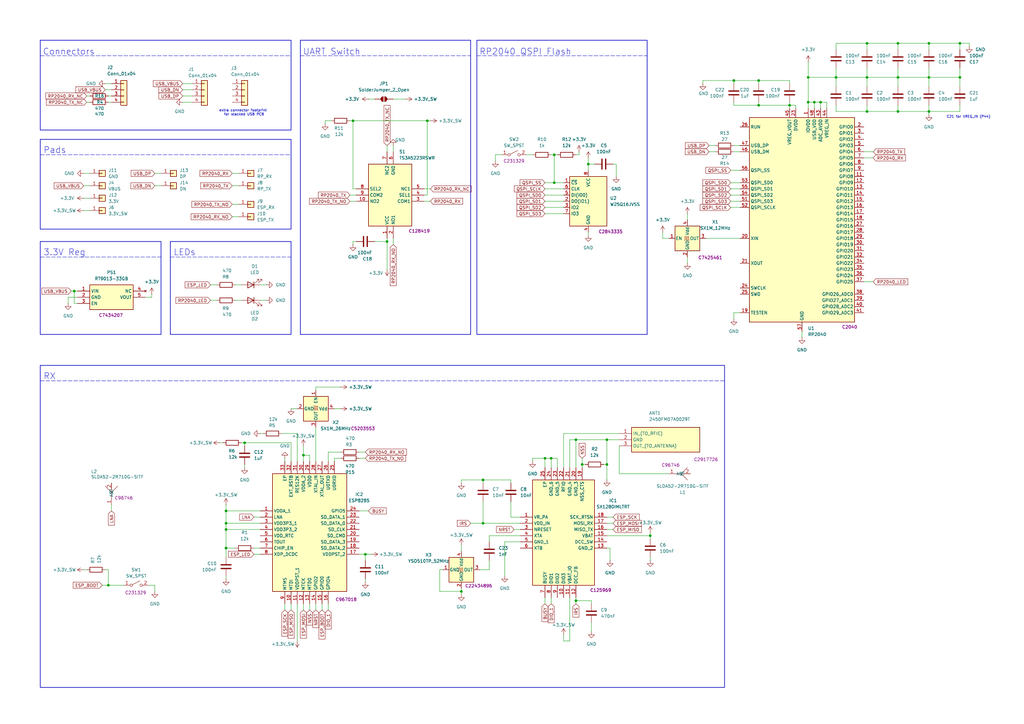
<source format=kicad_sch>
(kicad_sch (version 20231120) (generator "eeschema") (generator_version "8.0")
  (paper "A3")
  (junction (at 311.15 33.02))
  (junction (at 100.33 181.61))
  (junction (at 393.7 31.75))
  (junction (at 311.15 43.18))
  (junction (at 30.48 119.38))
  (junction (at 175.26 49.53))
  (junction (at 227.33 74.93))
  (junction (at 266.7 219.71))
  (junction (at 342.9 31.75))
  (junction (at 381 17.78))
  (junction (at 198.12 196.85))
  (junction (at 355.6 31.75))
  (junction (at 124.46 186.69))
  (junction (at 381 45.72))
  (junction (at 238.76 190.5))
  (junction (at 248.92 180.34))
  (junction (at 241.3 67.31))
  (junction (at 248.92 190.5))
  (junction (at 44.45 240.03))
  (junction (at 236.22 246.38))
  (junction (at 236.22 180.34))
  (junction (at 393.7 17.78))
  (junction (at 92.71 217.17))
  (junction (at 149.86 227.33))
  (junction (at 226.06 187.96))
  (junction (at 331.47 41.91))
  (junction (at 158.75 99.06))
  (junction (at 189.23 242.57))
  (junction (at 323.85 43.18))
  (junction (at 198.12 214.63))
  (junction (at 368.3 17.78))
  (junction (at 368.3 31.75))
  (junction (at 92.71 214.63))
  (junction (at 355.6 17.78))
  (junction (at 336.55 41.91))
  (junction (at 331.47 31.75))
  (junction (at 381 31.75))
  (junction (at 223.52 187.96))
  (junction (at 355.6 45.72))
  (junction (at 92.71 224.79))
  (junction (at 92.71 209.55))
  (junction (at 144.78 49.53))
  (junction (at 227.33 63.5))
  (junction (at 368.3 45.72))
  (junction (at 334.01 41.91))
  (junction (at 300.99 33.02))
  (wire (pts (xy 161.29 40.64) (xy 166.37 40.64)))
  (wire (pts (xy 227.33 63.5) (xy 226.06 63.5)))
  (wire (pts (xy 254 194.31) (xy 274.32 194.31)))
  (wire (pts (xy 193.04 214.63) (xy 198.12 214.63)))
  (wire (pts (xy 124.46 247.65) (xy 124.46 250.19)))
  (wire (pts (xy 354.33 64.77) (xy 358.14 64.77)))
  (wire (pts (xy 223.52 187.96) (xy 218.44 187.96)))
  (wire (pts (xy 44.45 240.03) (xy 50.8 240.03)))
  (wire (pts (xy 95.25 88.9) (xy 97.79 88.9)))
  (wire (pts (xy 203.2 66.04) (xy 203.2 63.5)))
  (wire (pts (xy 368.3 45.72) (xy 355.6 45.72)))
  (wire (pts (xy 86.36 123.19) (xy 88.9 123.19)))
  (wire (pts (xy 196.85 233.68) (xy 200.66 233.68)))
  (wire (pts (xy 393.7 17.78) (xy 381 17.78)))
  (wire (pts (xy 323.85 43.18) (xy 323.85 44.45)))
  (wire (pts (xy 134.62 247.65) (xy 134.62 250.19)))
  (wire (pts (xy 213.36 219.71) (xy 200.66 219.71)))
  (wire (pts (xy 181.61 233.68) (xy 180.34 233.68)))
  (wire (pts (xy 215.9 63.5) (xy 218.44 63.5)))
  (wire (pts (xy 231.14 262.89) (xy 233.68 262.89)))
  (wire (pts (xy 300.99 41.91) (xy 300.99 43.18)))
  (wire (pts (xy 248.92 190.5) (xy 248.92 196.85)))
  (wire (pts (xy 368.3 31.75) (xy 368.3 35.56)))
  (wire (pts (xy 104.14 227.33) (xy 106.68 227.33)))
  (wire (pts (xy 180.34 233.68) (xy 180.34 242.57)))
  (wire (pts (xy 132.08 247.65) (xy 132.08 250.19)))
  (wire (pts (xy 397.51 17.78) (xy 397.51 19.05)))
  (wire (pts (xy 95.25 76.2) (xy 97.79 76.2)))
  (wire (pts (xy 331.47 31.75) (xy 331.47 41.91)))
  (wire (pts (xy 393.7 27.94) (xy 393.7 31.75)))
  (wire (pts (xy 161.29 97.79) (xy 161.29 100.33)))
  (wire (pts (xy 300.99 128.27) (xy 303.53 128.27)))
  (wire (pts (xy 121.92 247.65) (xy 121.92 262.89)))
  (wire (pts (xy 92.71 214.63) (xy 106.68 214.63)))
  (wire (pts (xy 236.22 246.38) (xy 236.22 247.65)))
  (wire (pts (xy 198.12 196.85) (xy 189.23 196.85)))
  (wire (pts (xy 203.2 63.5) (xy 205.74 63.5)))
  (polyline (pts (xy 16.51 63.5) (xy 119.38 63.5)) (stroke (width 0) (type dash)))
  (wire (pts (xy 238.76 187.96) (xy 238.76 190.5)))
  (wire (pts (xy 299.72 85.09) (xy 303.53 85.09)))
  (wire (pts (xy 248.92 219.71) (xy 266.7 219.71)))
  (wire (pts (xy 326.39 43.18) (xy 323.85 43.18)))
  (wire (pts (xy 139.7 167.64) (xy 137.16 167.64)))
  (wire (pts (xy 218.44 187.96) (xy 218.44 189.23)))
  (wire (pts (xy 207.01 222.25) (xy 207.01 236.22)))
  (wire (pts (xy 290.83 59.69) (xy 293.37 59.69)))
  (wire (pts (xy 281.94 87.63) (xy 281.94 90.17)))
  (wire (pts (xy 238.76 190.5) (xy 240.03 190.5)))
  (wire (pts (xy 266.7 219.71) (xy 266.7 218.44)))
  (wire (pts (xy 393.7 43.18) (xy 393.7 45.72)))
  (wire (pts (xy 241.3 95.25) (xy 241.3 96.52)))
  (wire (pts (xy 210.82 217.17) (xy 213.36 217.17)))
  (wire (pts (xy 129.54 158.75) (xy 129.54 160.02)))
  (wire (pts (xy 44.45 39.37) (xy 45.72 39.37)))
  (wire (pts (xy 300.99 59.69) (xy 303.53 59.69)))
  (wire (pts (xy 92.71 214.63) (xy 92.71 217.17)))
  (wire (pts (xy 124.46 182.88) (xy 124.46 186.69)))
  (wire (pts (xy 271.78 97.79) (xy 274.32 97.79)))
  (wire (pts (xy 63.5 242.57) (xy 63.5 240.03)))
  (wire (pts (xy 189.23 223.52) (xy 189.23 226.06)))
  (wire (pts (xy 209.55 212.09) (xy 209.55 205.74)))
  (wire (pts (xy 36.83 39.37) (xy 35.56 39.37)))
  (wire (pts (xy 106.68 123.19) (xy 109.22 123.19)))
  (wire (pts (xy 288.29 34.29) (xy 288.29 33.02)))
  (wire (pts (xy 223.52 77.47) (xy 231.14 77.47)))
  (wire (pts (xy 43.18 36.83) (xy 45.72 36.83)))
  (wire (pts (xy 290.83 62.23) (xy 293.37 62.23)))
  (wire (pts (xy 189.23 196.85) (xy 189.23 198.12)))
  (wire (pts (xy 236.22 180.34) (xy 236.22 191.77)))
  (wire (pts (xy 227.33 74.93) (xy 231.14 74.93)))
  (wire (pts (xy 311.15 33.02) (xy 323.85 33.02)))
  (wire (pts (xy 35.56 41.91) (xy 36.83 41.91)))
  (wire (pts (xy 228.6 187.96) (xy 226.06 187.96)))
  (wire (pts (xy 226.06 187.96) (xy 226.06 191.77)))
  (wire (pts (xy 368.3 43.18) (xy 368.3 45.72)))
  (polyline (pts (xy 16.51 22.86) (xy 119.38 22.86)) (stroke (width 0) (type dash)))
  (wire (pts (xy 62.23 121.92) (xy 59.69 121.92)))
  (wire (pts (xy 213.36 214.63) (xy 198.12 214.63)))
  (wire (pts (xy 90.17 181.61) (xy 91.44 181.61)))
  (wire (pts (xy 223.52 82.55) (xy 231.14 82.55)))
  (wire (pts (xy 368.3 17.78) (xy 381 17.78)))
  (wire (pts (xy 266.7 219.71) (xy 266.7 220.98)))
  (wire (pts (xy 289.56 97.79) (xy 303.53 97.79)))
  (wire (pts (xy 355.6 45.72) (xy 342.9 45.72)))
  (wire (pts (xy 95.25 83.82) (xy 97.79 83.82)))
  (wire (pts (xy 74.93 41.91) (xy 78.74 41.91)))
  (wire (pts (xy 60.96 240.03) (xy 63.5 240.03)))
  (wire (pts (xy 288.29 33.02) (xy 300.99 33.02)))
  (wire (pts (xy 242.57 255.27) (xy 242.57 259.08)))
  (wire (pts (xy 231.14 191.77) (xy 231.14 177.8)))
  (wire (pts (xy 342.9 43.18) (xy 342.9 45.72)))
  (wire (pts (xy 62.23 120.65) (xy 62.23 121.92)))
  (wire (pts (xy 45.72 207.01) (xy 45.72 209.55)))
  (wire (pts (xy 99.06 181.61) (xy 100.33 181.61)))
  (wire (pts (xy 43.18 34.29) (xy 45.72 34.29)))
  (wire (pts (xy 299.72 82.55) (xy 303.53 82.55)))
  (wire (pts (xy 355.6 31.75) (xy 368.3 31.75)))
  (wire (pts (xy 266.7 228.6) (xy 266.7 229.87)))
  (wire (pts (xy 223.52 245.11) (xy 223.52 247.65)))
  (wire (pts (xy 96.52 116.84) (xy 99.06 116.84)))
  (wire (pts (xy 92.71 217.17) (xy 106.68 217.17)))
  (wire (pts (xy 129.54 175.26) (xy 129.54 189.23)))
  (wire (pts (xy 242.57 247.65) (xy 242.57 246.38)))
  (wire (pts (xy 34.29 76.2) (xy 36.83 76.2)))
  (wire (pts (xy 248.92 214.63) (xy 251.46 214.63)))
  (wire (pts (xy 299.72 74.93) (xy 303.53 74.93)))
  (wire (pts (xy 300.99 33.02) (xy 300.99 34.29)))
  (wire (pts (xy 44.45 41.91) (xy 45.72 41.91)))
  (wire (pts (xy 323.85 41.91) (xy 323.85 43.18)))
  (wire (pts (xy 248.92 180.34) (xy 254 180.34)))
  (wire (pts (xy 381 31.75) (xy 393.7 31.75)))
  (wire (pts (xy 331.47 31.75) (xy 342.9 31.75)))
  (wire (pts (xy 27.94 124.46) (xy 27.94 121.92)))
  (wire (pts (xy 381 45.72) (xy 393.7 45.72)))
  (wire (pts (xy 236.22 180.34) (xy 248.92 180.34)))
  (wire (pts (xy 30.48 124.46) (xy 30.48 119.38)))
  (wire (pts (xy 248.92 180.34) (xy 248.92 190.5)))
  (wire (pts (xy 299.72 69.85) (xy 303.53 69.85)))
  (wire (pts (xy 393.7 17.78) (xy 393.7 20.32)))
  (wire (pts (xy 151.13 40.64) (xy 153.67 40.64)))
  (wire (pts (xy 228.6 191.77) (xy 228.6 187.96)))
  (wire (pts (xy 233.68 262.89) (xy 233.68 245.11)))
  (wire (pts (xy 339.09 41.91) (xy 336.55 41.91)))
  (wire (pts (xy 331.47 44.45) (xy 331.47 41.91)))
  (wire (pts (xy 173.99 82.55) (xy 176.53 82.55)))
  (wire (pts (xy 300.99 62.23) (xy 303.53 62.23)))
  (wire (pts (xy 189.23 241.3) (xy 189.23 242.57)))
  (wire (pts (xy 213.36 222.25) (xy 207.01 222.25)))
  (wire (pts (xy 149.86 227.33) (xy 149.86 229.87)))
  (polyline (pts (xy 123.19 22.86) (xy 193.04 22.86)) (stroke (width 0) (type dash)))
  (wire (pts (xy 100.33 181.61) (xy 119.38 181.61)))
  (wire (pts (xy 158.75 97.79) (xy 158.75 99.06)))
  (wire (pts (xy 106.68 116.84) (xy 109.22 116.84)))
  (wire (pts (xy 223.52 87.63) (xy 231.14 87.63)))
  (wire (pts (xy 200.66 229.87) (xy 200.66 233.68)))
  (wire (pts (xy 241.3 64.77) (xy 241.3 67.31)))
  (wire (pts (xy 381 43.18) (xy 381 45.72)))
  (wire (pts (xy 355.6 31.75) (xy 355.6 35.56)))
  (wire (pts (xy 175.26 49.53) (xy 175.26 80.01)))
  (wire (pts (xy 355.6 43.18) (xy 355.6 45.72)))
  (wire (pts (xy 248.92 217.17) (xy 251.46 217.17)))
  (wire (pts (xy 252.73 72.39) (xy 252.73 67.31)))
  (wire (pts (xy 100.33 181.61) (xy 100.33 182.88)))
  (wire (pts (xy 237.49 62.23) (xy 237.49 63.5)))
  (wire (pts (xy 254 182.88) (xy 254 194.31)))
  (wire (pts (xy 336.55 44.45) (xy 336.55 41.91)))
  (wire (pts (xy 300.99 130.81) (xy 300.99 128.27)))
  (wire (pts (xy 368.3 17.78) (xy 368.3 20.32)))
  (wire (pts (xy 381 45.72) (xy 368.3 45.72)))
  (wire (pts (xy 226.06 187.96) (xy 223.52 187.96)))
  (wire (pts (xy 200.66 219.71) (xy 200.66 222.25)))
  (wire (pts (xy 300.99 43.18) (xy 311.15 43.18)))
  (wire (pts (xy 173.99 80.01) (xy 175.26 80.01)))
  (wire (pts (xy 342.9 27.94) (xy 342.9 31.75)))
  (wire (pts (xy 248.92 212.09) (xy 251.46 212.09)))
  (wire (pts (xy 331.47 41.91) (xy 334.01 41.91)))
  (wire (pts (xy 149.86 237.49) (xy 149.86 238.76)))
  (wire (pts (xy 100.33 190.5) (xy 100.33 191.77)))
  (wire (pts (xy 354.33 115.57) (xy 358.14 115.57)))
  (wire (pts (xy 127 247.65) (xy 127 250.19)))
  (wire (pts (xy 41.91 240.03) (xy 44.45 240.03)))
  (wire (pts (xy 34.29 71.12) (xy 36.83 71.12)))
  (wire (pts (xy 146.05 99.06) (xy 144.78 99.06)))
  (wire (pts (xy 106.68 177.8) (xy 107.95 177.8)))
  (wire (pts (xy 342.9 20.32) (xy 342.9 17.78)))
  (wire (pts (xy 44.45 233.68) (xy 43.18 233.68)))
  (wire (pts (xy 233.68 180.34) (xy 236.22 180.34)))
  (wire (pts (xy 27.94 121.92) (xy 31.75 121.92)))
  (wire (pts (xy 237.49 63.5) (xy 236.22 63.5)))
  (wire (pts (xy 95.25 71.12) (xy 97.79 71.12)))
  (wire (pts (xy 323.85 34.29) (xy 323.85 33.02)))
  (wire (pts (xy 173.99 77.47) (xy 176.53 77.47)))
  (wire (pts (xy 281.94 105.41) (xy 281.94 107.95)))
  (wire (pts (xy 106.68 209.55) (xy 92.71 209.55)))
  (wire (pts (xy 209.55 196.85) (xy 198.12 196.85)))
  (wire (pts (xy 342.9 17.78) (xy 355.6 17.78)))
  (wire (pts (xy 250.19 224.79) (xy 248.92 224.79)))
  (wire (pts (xy 231.14 260.35) (xy 231.14 262.89)))
  (wire (pts (xy 368.3 27.94) (xy 368.3 31.75)))
  (wire (pts (xy 355.6 17.78) (xy 355.6 20.32)))
  (wire (pts (xy 121.92 177.8) (xy 121.92 189.23)))
  (wire (pts (xy 104.14 224.79) (xy 106.68 224.79)))
  (polyline (pts (xy 16.51 156.21) (xy 297.18 156.21)) (stroke (width 0) (type dash)))
  (wire (pts (xy 124.46 186.69) (xy 124.46 189.23)))
  (wire (pts (xy 271.78 95.25) (xy 271.78 97.79)))
  (wire (pts (xy 247.65 190.5) (xy 248.92 190.5)))
  (wire (pts (xy 92.71 224.79) (xy 96.52 224.79)))
  (wire (pts (xy 104.14 212.09) (xy 106.68 212.09)))
  (wire (pts (xy 92.71 209.55) (xy 92.71 214.63)))
  (wire (pts (xy 133.35 49.53) (xy 133.35 50.8)))
  (wire (pts (xy 144.78 77.47) (xy 146.05 77.47)))
  (wire (pts (xy 223.52 85.09) (xy 231.14 85.09)))
  (wire (pts (xy 144.78 49.53) (xy 175.26 49.53)))
  (wire (pts (xy 63.5 71.12) (xy 66.04 71.12)))
  (wire (pts (xy 331.47 25.4) (xy 331.47 31.75)))
  (wire (pts (xy 115.57 177.8) (xy 121.92 177.8)))
  (wire (pts (xy 134.62 185.42) (xy 139.7 185.42)))
  (wire (pts (xy 116.84 187.96) (xy 116.84 189.23)))
  (wire (pts (xy 116.84 247.65) (xy 116.84 250.19)))
  (wire (pts (xy 147.32 185.42) (xy 149.86 185.42)))
  (wire (pts (xy 238.76 190.5) (xy 238.76 191.77)))
  (wire (pts (xy 143.51 80.01) (xy 146.05 80.01)))
  (wire (pts (xy 31.75 124.46) (xy 30.48 124.46)))
  (wire (pts (xy 137.16 187.96) (xy 139.7 187.96)))
  (wire (pts (xy 328.93 135.89) (xy 328.93 138.43)))
  (wire (pts (xy 34.29 81.28) (xy 36.83 81.28)))
  (wire (pts (xy 355.6 27.94) (xy 355.6 31.75)))
  (wire (pts (xy 161.29 59.69) (xy 161.29 62.23)))
  (wire (pts (xy 250.19 229.87) (xy 250.19 224.79)))
  (wire (pts (xy 226.06 245.11) (xy 226.06 247.65)))
  (wire (pts (xy 119.38 181.61) (xy 119.38 189.23)))
  (wire (pts (xy 119.38 247.65) (xy 119.38 250.19)))
  (wire (pts (xy 236.22 246.38) (xy 242.57 246.38)))
  (wire (pts (xy 127 186.69) (xy 124.46 186.69)))
  (wire (pts (xy 223.52 187.96) (xy 223.52 191.77)))
  (wire (pts (xy 311.15 41.91) (xy 311.15 43.18)))
  (wire (pts (xy 135.89 49.53) (xy 133.35 49.53)))
  (wire (pts (xy 236.22 245.11) (xy 236.22 246.38)))
  (wire (pts (xy 96.52 123.19) (xy 99.06 123.19)))
  (wire (pts (xy 241.3 67.31) (xy 243.84 67.31)))
  (wire (pts (xy 393.7 31.75) (xy 393.7 35.56)))
  (wire (pts (xy 311.15 43.18) (xy 323.85 43.18)))
  (wire (pts (xy 129.54 247.65) (xy 129.54 250.19)))
  (wire (pts (xy 223.52 80.01) (xy 231.14 80.01)))
  (wire (pts (xy 153.67 99.06) (xy 158.75 99.06)))
  (wire (pts (xy 34.29 233.68) (xy 35.56 233.68)))
  (wire (pts (xy 127 189.23) (xy 127 186.69)))
  (wire (pts (xy 342.9 31.75) (xy 355.6 31.75)))
  (wire (pts (xy 86.36 116.84) (xy 88.9 116.84)))
  (polyline (pts (xy 16.51 105.41) (xy 66.04 105.41)) (stroke (width 0) (type dash)))
  (wire (pts (xy 74.93 36.83) (xy 78.74 36.83)))
  (wire (pts (xy 213.36 212.09) (xy 209.55 212.09)))
  (wire (pts (xy 381 45.72) (xy 381 46.99)))
  (wire (pts (xy 209.55 198.12) (xy 209.55 196.85)))
  (wire (pts (xy 198.12 214.63) (xy 198.12 205.74)))
  (wire (pts (xy 144.78 49.53) (xy 144.78 77.47)))
  (wire (pts (xy 231.14 177.8) (xy 254 177.8)))
  (wire (pts (xy 342.9 31.75) (xy 342.9 35.56)))
  (wire (pts (xy 158.75 59.69) (xy 158.75 62.23)))
  (wire (pts (xy 74.93 34.29) (xy 78.74 34.29)))
  (wire (pts (xy 139.7 158.75) (xy 129.54 158.75)))
  (wire (pts (xy 137.16 189.23) (xy 137.16 187.96)))
  (wire (pts (xy 368.3 31.75) (xy 381 31.75)))
  (wire (pts (xy 189.23 242.57) (xy 189.23 243.84)))
  (wire (pts (xy 34.29 86.36) (xy 36.83 86.36)))
  (wire (pts (xy 381 31.75) (xy 381 35.56)))
  (wire (pts (xy 223.52 74.93) (xy 227.33 74.93)))
  (wire (pts (xy 147.32 209.55) (xy 151.13 209.55)))
  (wire (pts (xy 144.78 99.06) (xy 144.78 100.33)))
  (wire (pts (xy 147.32 187.96) (xy 149.86 187.96)))
  (wire (pts (xy 176.53 49.53) (xy 175.26 49.53)))
  (wire (pts (xy 300.99 33.02) (xy 311.15 33.02)))
  (wire (pts (xy 158.75 99.06) (xy 158.75 110.49)))
  (polyline (pts (xy 195.58 22.86) (xy 265.43 22.86)) (stroke (width 0) (type dash)))
  (wire (pts (xy 339.09 44.45) (xy 339.09 41.91)))
  (wire (pts (xy 227.33 63.5) (xy 228.6 63.5)))
  (wire (pts (xy 44.45 233.68) (xy 44.45 240.03)))
  (wire (pts (xy 180.34 242.57) (xy 189.23 242.57)))
  (wire (pts (xy 143.51 49.53) (xy 144.78 49.53)))
  (wire (pts (xy 381 27.94) (xy 381 31.75)))
  (wire (pts (xy 241.3 67.31) (xy 241.3 69.85)))
  (wire (pts (xy 92.71 207.01) (xy 92.71 209.55)))
  (wire (pts (xy 397.51 17.78) (xy 393.7 17.78)))
  (wire (pts (xy 92.71 224.79) (xy 92.71 228.6)))
  (wire (pts (xy 354.33 62.23) (xy 358.14 62.23)))
  (wire (pts (xy 30.48 119.38) (xy 31.75 119.38)))
  (wire (pts (xy 92.71 217.17) (xy 92.71 224.79)))
  (wire (pts (xy 92.71 237.49) (xy 92.71 236.22)))
  (wire (pts (xy 143.51 82.55) (xy 146.05 82.55)))
  (wire (pts (xy 334.01 41.91) (xy 334.01 44.45)))
  (wire (pts (xy 121.92 167.64) (xy 119.38 167.64)))
  (wire (pts (xy 147.32 227.33) (xy 149.86 227.33)))
  (wire (pts (xy 299.72 77.47) (xy 303.53 77.47)))
  (wire (pts (xy 326.39 44.45) (xy 326.39 43.18)))
  (wire (pts (xy 227.33 63.5) (xy 227.33 74.93)))
  (wire (pts (xy 29.21 119.38) (xy 30.48 119.38)))
  (wire (pts (xy 381 17.78) (xy 381 20.32)))
  (wire (pts (xy 336.55 41.91) (xy 334.01 41.91)))
  (wire (pts (xy 149.86 227.33) (xy 152.4 227.33)))
  (wire (pts (xy 74.93 39.37) (xy 78.74 39.37)))
  (wire (pts (xy 134.62 189.23) (xy 134.62 185.42)))
  (wire (pts (xy 311.15 33.02) (xy 311.15 34.29)))
  (polyline (pts (xy 69.85 105.41) (xy 119.38 105.41)) (stroke (width 0) (type dash)))
  (wire (pts (xy 63.5 76.2) (xy 66.04 76.2)))
  (wire (pts (xy 233.68 191.77) (xy 233.68 180.34)))
  (wire (pts (xy 355.6 17.78) (xy 368.3 17.78)))
  (wire (pts (xy 198.12 198.12) (xy 198.12 196.85)))
  (wire (pts (xy 299.72 80.01) (xy 303.53 80.01)))
  (wire (pts (xy 252.73 67.31) (xy 251.46 67.31)))
  (rectangle (start 16.51 16.51) (end 119.38 53.34) (stroke (width 0.254)))
  (rectangle (start 16.51 149.86) (end 297.18 281.94) (stroke (width 0.254)))
  (rectangle (start 16.51 57.15) (end 119.38 93.98) (stroke (width 0.254)))
  (rectangle (start 195.58 16.51) (end 265.43 137.16) (stroke (width 0.254)))
  (rectangle (start 16.51 99.06) (end 66.04 137.16) (stroke (width 0.254)))
  (rectangle (start 123.19 16.51) (end 193.04 137.16) (stroke (width 0.254)))
  (rectangle (start 69.85 99.06) (end 119.38 137.16) (stroke (width 0.254)))
  (text "Connectors" (at 17.526 21.336 0) (effects (font (size 2.54 2.54)) (justify left)))
  (text "C21 for VREG_IN (P44)" (at 397.256 48.006 0) (effects (font (size 1.016 1.016))))
  (text "RX" (at 17.78 154.432 0) (effects (font (size 2.54 2.54)) (justify left)))
  (text "3.3V Reg" (at 17.78 103.632 0) (effects (font (size 2.54 2.54)) (justify left)))
  (text "extra connector footprint \nfor stacked USB PCB" (at 100.076 46.228 0) (effects (font (size 1.016 1.016))))
  (text "UART Switch" (at 124.206 21.336 0) (effects (font (size 2.54 2.54)) (justify left)))
  (text "RP2040 QSPI Flash" (at 196.596 21.336 0) (effects (font (size 2.54 2.54)) (justify left)))
  (text "Pads" (at 17.78 61.722 0) (effects (font (size 2.54 2.54)) (justify left)))
  (text "LEDs" (at 71.12 103.632 0) (effects (font (size 2.54 2.54)) (justify left)))
  (global_label "USB_VBUS" (shape input) (at 34.29 76.2 180) (property "Intersheetrefs" "${INTERSHEET_REFS}" (effects (hide yes))))
  (global_label "RP2040_RX" (shape input) (at 176.53 82.55 0) (property "Intersheetrefs" "${INTERSHEET_REFS}" (effects (hide yes))))
  (global_label "NSS" (shape input) (at 238.76 187.96 90) (property "Intersheetrefs" "${INTERSHEET_REFS}" (effects (hide yes))))
  (global_label "ESP_MISO" (shape input) (at 251.46 217.17 0) (property "Intersheetrefs" "${INTERSHEET_REFS}" (effects (hide yes))))
  (global_label "RP2040_RX_NC" (shape input) (at 176.53 77.47 0) (property "Intersheetrefs" "${INTERSHEET_REFS}" (effects (hide yes))))
  (global_label "QSPI_SD3" (shape input) (at 223.52 87.63 180) (property "Intersheetrefs" "${INTERSHEET_REFS}" (effects (hide yes))))
  (global_label "DIO_1" (shape input) (at 226.06 247.65 270) (property "Intersheetrefs" "${INTERSHEET_REFS}" (effects (hide yes))))
  (global_label "RP2040_TX_NO" (shape input) (at 149.86 187.96 0) (property "Intersheetrefs" "${INTERSHEET_REFS}" (effects (hide yes))))
  (global_label "LNA" (shape input) (at 45.72 209.55 270) (property "Intersheetrefs" "${INTERSHEET_REFS}" (effects (hide yes))))
  (global_label "QSPI_SS" (shape input) (at 299.72 69.85 180) (property "Intersheetrefs" "${INTERSHEET_REFS}" (effects (hide yes))))
  (global_label "IRS" (shape input) (at 236.22 247.65 270) (property "Intersheetrefs" "${INTERSHEET_REFS}" (effects (hide yes))))
  (global_label "RP2040_TX_NC" (shape input) (at 35.56 41.91 180) (property "Intersheetrefs" "${INTERSHEET_REFS}" (effects (hide yes))))
  (global_label "QSPI_SD2" (shape input) (at 223.52 85.09 180) (property "Intersheetrefs" "${INTERSHEET_REFS}" (effects (hide yes))))
  (global_label "DIO_1" (shape input) (at 134.62 250.19 270) (property "Intersheetrefs" "${INTERSHEET_REFS}" (effects (hide yes))))
  (global_label "RP2040_LED" (shape input) (at 86.36 123.19 180) (property "Intersheetrefs" "${INTERSHEET_REFS}" (effects (hide yes))))
  (global_label "RP2040_TX" (shape input) (at 143.51 80.01 180) (property "Intersheetrefs" "${INTERSHEET_REFS}" (effects (hide yes))))
  (global_label "RP2040_TX_NC" (shape input) (at 158.75 59.69 90) (property "Intersheetrefs" "${INTERSHEET_REFS}" (effects (hide yes))))
  (global_label "RP2040_TX" (shape input) (at 358.14 62.23 0) (property "Intersheetrefs" "${INTERSHEET_REFS}" (effects (hide yes))))
  (global_label "USB_DN" (shape input) (at 74.93 36.83 180) (property "Intersheetrefs" "${INTERSHEET_REFS}" (effects (hide yes))))
  (global_label "RP2040_RX" (shape input) (at 358.14 64.77 0) (property "Intersheetrefs" "${INTERSHEET_REFS}" (effects (hide yes))))
  (global_label "LNA" (shape input) (at 104.14 212.09 180) (property "Intersheetrefs" "${INTERSHEET_REFS}" (effects (hide yes))))
  (global_label "ESP_LED" (shape input) (at 104.14 227.33 180) (property "Intersheetrefs" "${INTERSHEET_REFS}" (effects (hide yes))))
  (global_label "USB_DN" (shape input) (at 63.5 76.2 180) (property "Intersheetrefs" "${INTERSHEET_REFS}" (effects (hide yes))))
  (global_label "NSS" (shape input) (at 127 250.19 270) (property "Intersheetrefs" "${INTERSHEET_REFS}" (effects (hide yes))))
  (global_label "RP2040_RX" (shape input) (at 95.25 71.12 180) (property "Intersheetrefs" "${INTERSHEET_REFS}" (effects (hide yes))))
  (global_label "NRST" (shape input) (at 210.82 217.17 180) (property "Intersheetrefs" "${INTERSHEET_REFS}" (effects (hide yes))))
  (global_label "USB_DP" (shape input) (at 74.93 39.37 180) (property "Intersheetrefs" "${INTERSHEET_REFS}" (effects (hide yes))))
  (global_label "RP2040_LED" (shape input) (at 358.14 115.57 0) (property "Intersheetrefs" "${INTERSHEET_REFS}" (effects (hide yes))))
  (global_label "NRST" (shape input) (at 129.54 250.19 270) (property "Intersheetrefs" "${INTERSHEET_REFS}" (effects (hide yes))))
  (global_label "RP2040_RX_NO" (shape input) (at 149.86 185.42 0) (property "Intersheetrefs" "${INTERSHEET_REFS}" (effects (hide yes))))
  (global_label "USB_DP" (shape input) (at 290.83 59.69 180) (property "Intersheetrefs" "${INTERSHEET_REFS}" (effects (hide yes))))
  (global_label "ESP_SCK" (shape input) (at 251.46 212.09 0) (property "Intersheetrefs" "${INTERSHEET_REFS}" (effects (hide yes))))
  (global_label "QSPI_SD0" (shape input) (at 299.72 74.93 180) (property "Intersheetrefs" "${INTERSHEET_REFS}" (effects (hide yes))))
  (global_label "RP2040_TX" (shape input) (at 95.25 76.2 180) (property "Intersheetrefs" "${INTERSHEET_REFS}" (effects (hide yes))))
  (global_label "QSPI_SCLK" (shape input) (at 223.52 77.47 180) (property "Intersheetrefs" "${INTERSHEET_REFS}" (effects (hide yes))))
  (global_label "IRS" (shape input) (at 193.04 214.63 180) (property "Intersheetrefs" "${INTERSHEET_REFS}" (effects (hide yes))))
  (global_label "ESP_MOSI" (shape input) (at 251.46 214.63 0) (property "Intersheetrefs" "${INTERSHEET_REFS}" (effects (hide yes))))
  (global_label "QSPI_SD1" (shape input) (at 299.72 77.47 180) (property "Intersheetrefs" "${INTERSHEET_REFS}" (effects (hide yes))))
  (global_label "QSPI_SS" (shape input) (at 223.52 74.93 180) (property "Intersheetrefs" "${INTERSHEET_REFS}" (effects (hide yes))))
  (global_label "QSPI_SD2" (shape input) (at 299.72 80.01 180) (property "Intersheetrefs" "${INTERSHEET_REFS}" (effects (hide yes))))
  (global_label "USB_VBUS" (shape input) (at 43.18 36.83 180) (property "Intersheetrefs" "${INTERSHEET_REFS}" (effects (hide yes))))
  (global_label "ESP_MISO" (shape input) (at 119.38 250.19 270) (property "Intersheetrefs" "${INTERSHEET_REFS}" (effects (hide yes))))
  (global_label "QSPI_SCLK" (shape input) (at 299.72 85.09 180) (property "Intersheetrefs" "${INTERSHEET_REFS}" (effects (hide yes))))
  (global_label "RP2040_RX_NO" (shape input) (at 95.25 88.9 180) (property "Intersheetrefs" "${INTERSHEET_REFS}" (effects (hide yes))))
  (global_label "ESP_LED" (shape input) (at 86.36 116.84 180) (property "Intersheetrefs" "${INTERSHEET_REFS}" (effects (hide yes))))
  (global_label "RP2040_RX_NO" (shape input) (at 161.29 100.33 270) (property "Intersheetrefs" "${INTERSHEET_REFS}" (effects (hide yes))))
  (global_label "QSPI_SD3" (shape input) (at 299.72 82.55 180) (property "Intersheetrefs" "${INTERSHEET_REFS}" (effects (hide yes))))
  (global_label "ESP_BOOT" (shape input) (at 132.08 250.19 270) (property "Intersheetrefs" "${INTERSHEET_REFS}" (effects (hide yes))))
  (global_label "BUSY" (shape input) (at 223.52 247.65 270) (property "Intersheetrefs" "${INTERSHEET_REFS}" (effects (hide yes))))
  (global_label "USB_VBUS" (shape input) (at 29.21 119.38 180) (property "Intersheetrefs" "${INTERSHEET_REFS}" (effects (hide yes))))
  (global_label "RP2040_TX_NO" (shape input) (at 143.51 82.55 180) (property "Intersheetrefs" "${INTERSHEET_REFS}" (effects (hide yes))))
  (global_label "ESP_SCK" (shape input) (at 116.84 250.19 270) (property "Intersheetrefs" "${INTERSHEET_REFS}" (effects (hide yes))))
  (global_label "ESP_MOSI" (shape input) (at 124.46 250.19 270) (property "Intersheetrefs" "${INTERSHEET_REFS}" (effects (hide yes))))
  (global_label "QSPI_SD0" (shape input) (at 223.52 80.01 180) (property "Intersheetrefs" "${INTERSHEET_REFS}" (effects (hide yes))))
  (global_label "QSPI_SD1" (shape input) (at 223.52 82.55 180) (property "Intersheetrefs" "${INTERSHEET_REFS}" (effects (hide yes))))
  (global_label "BUSY" (shape input) (at 151.13 209.55 0) (property "Intersheetrefs" "${INTERSHEET_REFS}" (effects (hide yes))))
  (global_label "RP2040_TX_NO" (shape input) (at 95.25 83.82 180) (property "Intersheetrefs" "${INTERSHEET_REFS}" (effects (hide yes))))
  (global_label "RP2040_RX_NC" (shape input) (at 35.56 39.37 180) (property "Intersheetrefs" "${INTERSHEET_REFS}" (effects (hide yes))))
  (global_label "USB_DP" (shape input) (at 63.5 71.12 180) (property "Intersheetrefs" "${INTERSHEET_REFS}" (effects (hide yes))))
  (global_label "USB_VBUS" (shape input) (at 74.93 34.29 180) (property "Intersheetrefs" "${INTERSHEET_REFS}" (effects (hide yes))))
  (global_label "USB_DN" (shape input) (at 290.83 62.23 180) (property "Intersheetrefs" "${INTERSHEET_REFS}" (effects (hide yes))))
  (global_label "ESP_BOOT" (shape input) (at 41.91 240.03 180) (property "Intersheetrefs" "${INTERSHEET_REFS}" (effects (hide yes))))
  (symbol (lib_id "power:GND") (at 149.86 238.76 0) (mirror y) (unit 1)
    (property "Reference" "#PWR027" (effects (hide yes)))
    (property "Value" "GND" (at 149.86 243.84 0))
    (property "Description" "Power symbol creates a global label with name \"GND\" , ground" (effects (hide yes)))
  )
  (symbol (lib_id "power:GND") (at 109.22 116.84 90) (unit 1)
    (property "Reference" "#PWR039" (effects (hide yes)))
    (property "Value" "GND" (at 113.03 116.8399 90) (effects (justify right)))
    (property "Description" "Power symbol creates a global label with name \"GND\" , ground" (effects (hide yes)))
  )
  (symbol (lib_id "Connector_Generic:Conn_01x04") (at 50.8 36.83 0) (unit 1)
    (property "Reference" "J2" (at 43.942 27.686 0) (effects (justify left)))
    (property "Value" "Conn_01x04" (at 43.942 30.226 0) (effects (justify left)))
    (property "Footprint" "Connector_PinHeader_2.54mm:PinHeader_1x04_P2.54mm_Vertical" (effects (hide yes)))
    (property "Description" "Generic connector, single row, 01x04, script generated (kicad-library-utils/schlib/autogen/connector/)" (effects (hide yes)))
  )
  (symbol (lib_id "SamacSys_Parts:TS3A5223RSWR") (at 146.05 77.47 0) (unit 1)
    (property "Reference" "S1" (at 163.7126 62.23 0) (effects (justify left)))
    (property "Value" "TS3A5223RSWR" (at 163.7126 64.77 0) (effects (justify left)))
    (property "Footprint" "Package_DFN_QFN:UQFN-10_1.3x1.8mm_P0.4mm" (effects (hide yes)))
    (property "Datasheet" "http://www.ti.com/lit/gpn/ts3a5223" (effects (hide yes)))
    (property "Description" "0.5 Dual SPDT Bidirectional Analog Switch" (effects (hide yes)))
    (property "Manufacturer_Name" "Texas Instruments" (effects (hide yes)))
    (property "Manufacturer_Part_Number" "TS3A5223RSWR" (effects (hide yes)))
    (property "Mouser Part Number" "595-TS3A5223RSWR" (effects (hide yes)))
    (property "Mouser Price/Stock" "https://www.mouser.co.uk/ProductDetail/Texas-Instruments/TS3A5223RSWR?qs=nEyf2%252Bd9RBmZJQRiNjZi8g%3D%3D" (effects (hide yes)))
    (property "Arrow Part Number" "TS3A5223RSWR" (effects (hide yes)))
    (property "Arrow Price/Stock" "https://www.arrow.com/en/products/ts3a5223rswr/texas-instruments?region=nac" (effects (hide yes)))
    (property "LCSC" "C128419" (at 171.958 94.742 0))
  )
  (symbol (lib_id "Device:C") (at 149.86 233.68 0) (unit 1)
    (property "Reference" "C11" (at 153.67 232.4099 0) (effects (justify left)))
    (property "Value" "100nF" (at 153.67 234.9499 0) (effects (justify left)))
    (property "Footprint" "Capacitor_SMD:C_0402_1005Metric" (effects (hide yes)))
    (property "Description" "Unpolarized capacitor" (effects (hide yes)))
    (property "LCSC" "C110251" (effects (hide yes)))
  )
  (symbol (lib_id "power:GND") (at 63.5 242.57 0) (unit 1)
    (property "Reference" "#PWR034" (effects (hide yes)))
    (property "Value" "GND" (at 63.5 247.65 0))
    (property "Description" "Power symbol creates a global label with name \"GND\" , ground" (effects (hide yes)))
  )
  (symbol (lib_id "Connector_Generic:Conn_01x01") (at 102.87 71.12 0) (unit 1)
    (property "Reference" "J7" (at 105.41 69.8499 0) (effects (justify left)))
    (property "Value" "RP_RX" (at 105.41 72.3899 0) (effects (justify left)))
    (property "Footprint" "Pads:PAD_1.5x1.5mm_NO_HOLE" (effects (hide yes)))
    (property "Description" "Generic connector, single row, 01x01, script generated (kicad-library-utils/schlib/autogen/connector/)" (effects (hide yes)))
  )
  (symbol (lib_name "ASV-xxxMHz_1") (lib_id "Oscillator:ASV-xxxMHz") (at 189.23 233.68 0) (unit 1)
    (property "Reference" "X3" (at 175.768 227.584 0))
    (property "Value" "YSO510TP_52MHz" (at 175.768 230.124 0))
    (property "Footprint" "CustomFootprints:Crystal_SMD_SeikoEpson_FA128-4Pin_2.0x1.6mm" (effects (hide yes)))
    (property "Datasheet" "http://www.abracon.com/Oscillators/ASV.pdf" (effects (hide yes)))
    (property "LCSC" "C22434896" (at 196.342 240.284 0))
  )
  (symbol (lib_id "Device:C") (at 300.99 38.1 0) (mirror y) (unit 1)
    (property "Reference" "C22" (at 297.18 36.8299 0) (effects (justify left)))
    (property "Value" "100nF" (at 297.18 39.3699 0) (effects (justify left)))
    (property "Footprint" "Capacitor_SMD:C_0402_1005Metric" (effects (hide yes)))
    (property "Description" "Unpolarized capacitor" (effects (hide yes)))
    (property "LCSC" "C110251" (effects (hide yes)))
  )
  (symbol (lib_id "Connector_Generic:Conn_01x01") (at 41.91 81.28 0) (unit 1)
    (property "Reference" "J12" (at 44.45 80.0099 0) (effects (justify left)))
    (property "Value" "3.3V" (at 44.45 82.5499 0) (effects (justify left)))
    (property "Footprint" "Pads:PAD_1.5x1.5mm_NO_HOLE" (effects (hide yes)))
    (property "Description" "Generic connector, single row, 01x01, script generated (kicad-library-utils/schlib/autogen/connector/)" (effects (hide yes)))
  )
  (symbol (lib_id "power:GND") (at 189.23 198.12 0) (unit 1)
    (property "Reference" "#PWR019" (effects (hide yes)))
    (property "Value" "GND" (at 189.23 203.2 0))
    (property "Description" "Power symbol creates a global label with name \"GND\" , ground" (effects (hide yes)))
  )
  (symbol (lib_id "easyeda2kicad:SLDA52-2R710G-SITF") (at 278.13 194.31 270) (mirror x) (unit 1)
    (property "Reference" "L1" (at 280.035 201.93 90))
    (property "Value" "SLDA52-2R710G-SITF" (at 280.035 199.39 90))
    (property "Footprint" "easyeda2kicad:ANT-SMD_L5.2-W2.1" (effects (hide yes)))
    (property "Datasheet" "https://lcsc.com/product-detail/Antennas_2710MHZ_C96746.html" (effects (hide yes)))
    (property "LCSC Part" "C96746" (effects (hide yes)))
    (property "LCSC" "C96746" (at 275.082 190.754 90))
  )
  (symbol (lib_id "Device:C") (at 92.71 232.41 0) (mirror y) (unit 1)
    (property "Reference" "C10" (at 88.9 231.1399 0) (effects (justify left)))
    (property "Value" "100nF" (at 88.9 233.6799 0) (effects (justify left)))
    (property "Footprint" "Capacitor_SMD:C_0402_1005Metric" (effects (hide yes)))
    (property "Description" "Unpolarized capacitor" (effects (hide yes)))
    (property "LCSC" "C110251" (effects (hide yes)))
  )
  (symbol (lib_id "MCU_RaspberryPi:RP2040") (at 328.93 90.17 0) (unit 1)
    (property "Reference" "U1" (at 331.3526 134.62 0) (effects (justify left)))
    (property "Value" "RP2040" (at 331.3526 137.16 0) (effects (justify left)))
    (property "Footprint" "Package_DFN_QFN:QFN-56-1EP_7x7mm_P0.4mm_EP3.2x3.2mm" (effects (hide yes)))
    (property "Datasheet" "https://datasheets.raspberrypi.com/rp2040/rp2040-datasheet.pdf" (effects (hide yes)))
    (property "Description" "A microcontroller by Raspberry Pi" (effects (hide yes)))
    (property "LCSC" "C2040" (at 348.488 134.112 0))
  )
  (symbol (lib_id "Device:C") (at 200.66 226.06 0) (unit 1)
    (property "Reference" "C23" (at 204.47 224.7899 0) (effects (justify left)))
    (property "Value" "1nF" (at 204.47 227.3299 0) (effects (justify left)))
    (property "Footprint" "Capacitor_SMD:C_0402_1005Metric" (effects (hide yes)))
    (property "Description" "Unpolarized capacitor" (effects (hide yes)))
    (property "LCSC" "C1523" (effects (hide yes)))
  )
  (symbol (lib_id "power:+3.3V") (at 237.49 62.23 0) (unit 1)
    (property "Reference" "#PWR050" (effects (hide yes)))
    (property "Value" "+3.3V" (at 237.49 57.15 0))
    (property "Description" "Power symbol creates a global label with name \"+3.3V\"" (effects (hide yes)))
  )
  (symbol (lib_id "power:GND") (at 100.33 191.77 0) (unit 1)
    (property "Reference" "#PWR029" (effects (hide yes)))
    (property "Value" "GND" (at 100.33 196.85 0))
    (property "Description" "Power symbol creates a global label with name \"GND\" , ground" (effects (hide yes)))
  )
  (symbol (lib_id "power:+3.3V") (at 152.4 227.33 270) (unit 1)
    (property "Reference" "#PWR026" (effects (hide yes)))
    (property "Value" "+3.3V_SW" (at 160.274 227.33 90))
    (property "Description" "Power symbol creates a global label with name \"+3.3V\"" (effects (hide yes)))
  )
  (symbol (lib_id "power:+3.3V") (at 151.13 40.64 90) (unit 1)
    (property "Reference" "#PWR054" (effects (hide yes)))
    (property "Value" "+3.3V" (at 147.32 40.6399 90) (effects (justify left)))
    (property "Description" "Power symbol creates a global label with name \"+3.3V\"" (effects (hide yes)))
  )
  (symbol (lib_id "power:+3.3V") (at 124.46 182.88 0) (unit 1)
    (property "Reference" "#PWR047" (effects (hide yes)))
    (property "Value" "+3.3V_SW" (at 124.46 178.816 0))
    (property "Description" "Power symbol creates a global label with name \"+3.3V\"" (effects (hide yes)))
  )
  (symbol (lib_id "Device:LED") (at 102.87 123.19 0) (mirror y) (unit 1)
    (property "Reference" "D2" (at 104.4575 130.81 0))
    (property "Value" "LED" (at 104.4575 128.27 0))
    (property "Footprint" "LED_SMD:LED_0603_1608Metric" (effects (hide yes)))
    (property "Description" "Light emitting diode" (effects (hide yes)))
    (property "LCSC" "C84267" (effects (hide yes)))
  )
  (symbol (lib_id "power:GND") (at 116.84 187.96 180) (unit 1)
    (property "Reference" "#PWR030" (effects (hide yes)))
    (property "Value" "GND" (at 116.84 182.88 0))
    (property "Description" "Power symbol creates a global label with name \"GND\" , ground" (effects (hide yes)))
  )
  (symbol (lib_id "power:+3.3V") (at 271.78 95.25 0) (unit 1)
    (property "Reference" "#PWR053" (effects (hide yes)))
    (property "Value" "+3.3V" (at 271.78 90.17 0))
    (property "Description" "Power symbol creates a global label with name \"+3.3V\"" (effects (hide yes)))
  )
  (symbol (lib_id "power:GND") (at 381 46.99 0) (unit 1)
    (property "Reference" "#PWR07" (effects (hide yes)))
    (property "Value" "GND" (at 381 52.07 0))
    (property "Description" "Power symbol creates a global label with name \"GND\" , ground" (effects (hide yes)))
  )
  (symbol (lib_id "power:GND") (at 328.93 138.43 0) (unit 1)
    (property "Reference" "#PWR04" (effects (hide yes)))
    (property "Value" "GND" (at 328.93 143.51 0))
    (property "Description" "Power symbol creates a global label with name \"GND\" , ground" (effects (hide yes)))
  )
  (symbol (lib_id "power:+3.3V") (at 34.29 233.68 90) (unit 1)
    (property "Reference" "#PWR032" (effects (hide yes)))
    (property "Value" "+3.3V_SW" (at 26.416 233.68 90))
    (property "Description" "Power symbol creates a global label with name \"+3.3V\"" (effects (hide yes)))
  )
  (symbol (lib_id "Device:C") (at 100.33 186.69 0) (unit 1)
    (property "Reference" "C12" (at 104.14 185.4199 0) (effects (justify left)))
    (property "Value" "1uF" (at 104.14 187.9599 0) (effects (justify left)))
    (property "Footprint" "Capacitor_SMD:C_0402_1005Metric" (effects (hide yes)))
    (property "Description" "Unpolarized capacitor" (effects (hide yes)))
    (property "LCSC" "C110251" (effects (hide yes)))
  )
  (symbol (lib_id "Device:R") (at 40.64 39.37 90) (unit 1)
    (property "Reference" "R16" (at 38.862 39.37 90) (effects (justify right)))
    (property "Value" "470" (at 38.862 44.45 90) (effects (justify right)))
    (property "Footprint" "Resistor_SMD:R_0402_1005Metric" (effects (hide yes)))
    (property "Description" "Resistor" (effects (hide yes)))
    (property "LCSC" "C25117" (effects (hide yes)))
  )
  (symbol (lib_id "Device:C") (at 355.6 39.37 0) (unit 1)
    (property "Reference" "C2" (at 359.41 38.0999 0) (effects (justify left)))
    (property "Value" "100nF" (at 359.41 40.6399 0) (effects (justify left)))
    (property "Footprint" "Capacitor_SMD:C_0402_1005Metric" (effects (hide yes)))
    (property "Description" "Unpolarized capacitor" (effects (hide yes)))
    (property "LCSC" "C110251" (effects (hide yes)))
  )
  (symbol (lib_id "Device:C") (at 311.15 38.1 0) (mirror y) (unit 1)
    (property "Reference" "C20" (at 307.34 36.8299 0) (effects (justify left)))
    (property "Value" "1uF" (at 307.34 39.3699 0) (effects (justify left)))
    (property "Footprint" "Capacitor_SMD:C_0402_1005Metric" (effects (hide yes)))
    (property "Description" "Unpolarized capacitor" (effects (hide yes)))
    (property "LCSC" "C14445" (effects (hide yes)))
  )
  (symbol (lib_id "power:GND") (at 250.19 229.87 0) (unit 1)
    (property "Reference" "#PWR016" (effects (hide yes)))
    (property "Value" "GND" (at 250.19 234.95 0))
    (property "Description" "Power symbol creates a global label with name \"GND\" , ground" (effects (hide yes)))
  )
  (symbol (lib_id "Device:C") (at 355.6 24.13 0) (mirror x) (unit 1)
    (property "Reference" "C14" (at 359.41 25.4001 0) (effects (justify left)))
    (property "Value" "100nF" (at 359.41 22.8601 0) (effects (justify left)))
    (property "Footprint" "Capacitor_SMD:C_0402_1005Metric" (effects (hide yes)))
    (property "Description" "Unpolarized capacitor" (effects (hide yes)))
    (property "LCSC" "C110251" (effects (hide yes)))
  )
  (symbol (lib_id "Device:C") (at 368.3 24.13 0) (mirror x) (unit 1)
    (property "Reference" "C15" (at 372.11 25.4001 0) (effects (justify left)))
    (property "Value" "100nF" (at 372.11 22.8601 0) (effects (justify left)))
    (property "Footprint" "Capacitor_SMD:C_0402_1005Metric" (effects (hide yes)))
    (property "Description" "Unpolarized capacitor" (effects (hide yes)))
    (property "LCSC" "C110251" (effects (hide yes)))
  )
  (symbol (lib_id "power:+3.3V") (at 158.75 110.49 180) (unit 1)
    (property "Reference" "#PWR031" (effects (hide yes)))
    (property "Value" "+3.3V" (at 154.178 112.014 0))
    (property "Description" "Power symbol creates a global label with name \"+3.3V\"" (effects (hide yes)))
  )
  (symbol (lib_id "SamacSys_Parts:ESP8285") (at 106.68 209.55 0) (unit 1)
    (property "Reference" "IC2" (at 147.32 202.7743 0))
    (property "Value" "ESP8285" (at 147.32 205.3143 0))
    (property "Footprint" "SamacSys_Parts:QFN50P500X500X90-33N-D" (effects (hide yes)))
    (property "Datasheet" "http://espressif.com/sites/default/files/documentation/0a-esp8285_datasheet_en.pdf" (effects (hide yes)))
    (property "Description" "Wi-Fi SoC, qfn-32" (effects (hide yes)))
    (property "Height" "0.9" (effects (hide yes)))
    (property "Manufacturer_Name" "Espressif Systems" (effects (hide yes)))
    (property "Manufacturer_Part_Number" "ESP8285" (effects (hide yes)))
    (property "Mouser Part Number" "356-ESP8285" (effects (hide yes)))
    (property "Mouser Price/Stock" "https://www.mouser.co.uk/ProductDetail/Espressif-Systems/ESP8285?qs=chTDxNqvsyn49Ad%252BqWdhIQ%3D%3D" (effects (hide yes)))
    (property "LCSC" "C967018" (at 141.986 245.872 0))
  )
  (symbol (lib_id "power:+3.3V") (at 34.29 86.36 90) (unit 1)
    (property "Reference" "#PWR049" (effects (hide yes)))
    (property "Value" "+3.3V_SW" (at 26.416 86.36 90))
    (property "Description" "Power symbol creates a global label with name \"+3.3V\"" (effects (hide yes)))
  )
  (symbol (lib_id "easyeda2kicad:SLDA52-2R710G-SITF") (at 45.72 203.2 0) (unit 1)
    (property "Reference" "L2" (at 37.338 193.4209 0) (effects (justify left)))
    (property "Value" "SLDA52-2R710G-SITF" (at 37.338 195.58 0) (effects (justify left)))
    (property "Footprint" "easyeda2kicad:ANT-SMD_L5.2-W2.1" (effects (hide yes)))
    (property "Datasheet" "https://lcsc.com/product-detail/Antennas_2710MHZ_C96746.html" (effects (hide yes)))
    (property "LCSC Part" "C96746" (effects (hide yes)))
    (property "LCSC" "C96746" (at 50.8 204.216 0))
  )
  (symbol (lib_id "Connector_Generic:Conn_01x01") (at 41.91 76.2 0) (unit 1)
    (property "Reference" "J4" (at 44.45 74.9299 0) (effects (justify left)))
    (property "Value" "VBUS" (at 44.45 77.4699 0) (effects (justify left)))
    (property "Footprint" "Pads:PAD_1.5x1.5mm_NO_HOLE" (effects (hide yes)))
    (property "Description" "Generic connector, single row, 01x01, script generated (kicad-library-utils/schlib/autogen/connector/)" (effects (hide yes)))
  )
  (symbol (lib_id "Device:R") (at 40.64 41.91 90) (unit 1)
    (property "Reference" "R4" (at 39.624 41.91 90) (effects (justify right)))
    (property "Value" "470" (at 38.862 46.736 90) (effects (justify right)))
    (property "Footprint" "Resistor_SMD:R_0402_1005Metric" (effects (hide yes)))
    (property "Description" "Resistor" (effects (hide yes)))
    (property "LCSC" "C25117" (effects (hide yes)))
  )
  (symbol (lib_id "power:GND") (at 74.93 41.91 270) (unit 1)
    (property "Reference" "#PWR037" (effects (hide yes)))
    (property "Value" "GND" (at 73.66 45.72 90))
    (property "Description" "Power symbol creates a global label with name \"GND\" , ground" (effects (hide yes)))
  )
  (symbol (lib_id "power:+3.3V") (at 90.17 181.61 90) (unit 1)
    (property "Reference" "#PWR028" (effects (hide yes)))
    (property "Value" "+3.3V_SW" (at 82.296 181.61 90))
    (property "Description" "Power symbol creates a global label with name \"+3.3V\"" (effects (hide yes)))
  )
  (symbol (lib_id "power:GND") (at 92.71 237.49 0) (unit 1)
    (property "Reference" "#PWR023" (effects (hide yes)))
    (property "Value" "GND" (at 92.71 242.57 0))
    (property "Description" "Power symbol creates a global label with name \"GND\" , ground" (effects (hide yes)))
  )
  (symbol (lib_id "power:GND") (at 133.35 50.8 0) (mirror y) (unit 1)
    (property "Reference" "#PWR043" (effects (hide yes)))
    (property "Value" "GND" (at 133.35 55.88 0))
    (property "Description" "Power symbol creates a global label with name \"GND\" , ground" (effects (hide yes)))
  )
  (symbol (lib_id "power:GND") (at 218.44 189.23 0) (unit 1)
    (property "Reference" "#PWR012" (effects (hide yes)))
    (property "Value" "GND" (at 218.44 194.31 0))
    (property "Description" "Power symbol creates a global label with name \"GND\" , ground" (effects (hide yes)))
  )
  (symbol (lib_id "power:+3.3V") (at 34.29 81.28 90) (unit 1)
    (property "Reference" "#PWR048" (effects (hide yes)))
    (property "Value" "+3.3V" (at 30.48 81.2799 90) (effects (justify left)))
    (property "Description" "Power symbol creates a global label with name \"+3.3V\"" (effects (hide yes)))
  )
  (symbol (lib_id "power:+3.3V") (at 266.7 218.44 0) (unit 1)
    (property "Reference" "#PWR014" (effects (hide yes)))
    (property "Value" "+3.3V_SW" (at 266.7 214.376 0))
    (property "Description" "Power symbol creates a global label with name \"+3.3V\"" (effects (hide yes)))
  )
  (symbol (lib_id "Device:R") (at 100.33 224.79 270) (mirror x) (unit 1)
    (property "Reference" "R1" (at 100.33 218.44 90))
    (property "Value" "12k" (at 100.33 220.98 90))
    (property "Footprint" "Resistor_SMD:R_0402_1005Metric" (effects (hide yes)))
    (property "Description" "Resistor" (effects (hide yes)))
    (property "LCSC" "C22790" (effects (hide yes)))
  )
  (symbol (lib_id "Device:C") (at 342.9 39.37 0) (unit 1)
    (property "Reference" "C1" (at 346.71 38.0999 0) (effects (justify left)))
    (property "Value" "100nF" (at 346.71 40.6399 0) (effects (justify left)))
    (property "Footprint" "Capacitor_SMD:C_0402_1005Metric" (effects (hide yes)))
    (property "Description" "Unpolarized capacitor" (effects (hide yes)))
    (property "LCSC" "C110251" (effects (hide yes)))
  )
  (symbol (lib_id "Memory_Flash:W25Q16JVSS") (at 241.3 82.55 0) (unit 1)
    (property "Reference" "U2" (at 250.19 81.2799 0) (effects (justify left)))
    (property "Value" "W25Q16JVSS" (at 250.19 83.8199 0) (effects (justify left)))
    (property "Footprint" "Package_SON:Winbond_USON-8-1EP_3x2mm_P0.5mm_EP0.2x1.6mm" (effects (hide yes)))
    (property "Datasheet" "https://www.winbond.com/hq/support/documentation/levelOne.jsp?__locale=en&DocNo=DA00-W25Q16JV.1" (effects (hide yes)))
    (property "Description" "16Mb Serial Flash Memory, Standard/Dual/Quad SPI, SOIC-8" (effects (hide yes)))
    (property "LCSC" "C2843335" (at 250.444 94.996 0))
  )
  (symbol (lib_id "Connector_Generic:Conn_01x04") (at 100.33 36.83 0) (unit 1)
    (property "Reference" "J3" (at 94.742 27.94 0) (effects (justify left)))
    (property "Value" "Conn_01x04" (at 94.742 30.48 0) (effects (justify left)))
    (property "Footprint" "CustomFootprints:PCB_USB_connector_top" (effects (hide yes)))
    (property "Description" "Generic connector, single row, 01x04, script generated (kicad-library-utils/schlib/autogen/connector/)" (effects (hide yes)))
  )
  (symbol (lib_id "Connector_Generic:Conn_01x01") (at 102.87 88.9 0) (unit 1)
    (property "Reference" "J10" (at 105.41 87.6299 0) (effects (justify left)))
    (property "Value" "ESP_TX" (at 105.41 90.1699 0) (effects (justify left)))
    (property "Footprint" "Pads:PAD_1.5x1.5mm_NO_HOLE" (effects (hide yes)))
    (property "Description" "Generic connector, single row, 01x01, script generated (kicad-library-utils/schlib/autogen/connector/)" (effects (hide yes)))
  )
  (symbol (lib_id "Connector_Generic:Conn_01x01") (at 71.12 76.2 0) (unit 1)
    (property "Reference" "J14" (at 73.66 74.9299 0) (effects (justify left)))
    (property "Value" "DN" (at 73.66 77.4699 0) (effects (justify left)))
    (property "Footprint" "Pads:PAD_1.5x1.5mm_NO_HOLE" (effects (hide yes)))
    (property "Description" "Generic connector, single row, 01x01, script generated (kicad-library-utils/schlib/autogen/connector/)" (effects (hide yes)))
  )
  (symbol (lib_id "power:+3.3V") (at 92.71 207.01 0) (unit 1)
    (property "Reference" "#PWR021" (effects (hide yes)))
    (property "Value" "+3.3V_SW" (at 92.71 202.946 0))
    (property "Description" "Power symbol creates a global label with name \"+3.3V\"" (effects (hide yes)))
  )
  (symbol (lib_id "Oscillator:ASV-xxxMHz") (at 129.54 167.64 270) (unit 1)
    (property "Reference" "X2" (at 137.668 173.228 90))
    (property "Value" "SX1M_26MHz" (at 137.668 175.768 90))
    (property "Footprint" "CustomFootprints:Crystal_SMD_SeikoEpson_FA128-4Pin_2.0x1.6mm" (effects (hide yes)))
    (property "Datasheet" "http://www.abracon.com/Oscillators/ASV.pdf" (effects (hide yes)))
    (property "Description" "3.3V HCMOS SMD Crystal Clock Oscillator, Abracon" (effects (hide yes)))
    (property "LCSC" "C5203553" (at 148.844 175.768 90))
  )
  (symbol (lib_id "Oscillator:ASV-xxxMHz") (at 281.94 97.79 0) (unit 1)
    (property "Reference" "X1" (at 293.37 91.0143 0))
    (property "Value" "SX1M_12MHz" (at 293.37 93.5543 0))
    (property "Footprint" "CustomFootprints:Crystal_SMD_SeikoEpson_FA128-4Pin_2.0x1.6mm" (effects (hide yes)))
    (property "Datasheet" "http://www.abracon.com/Oscillators/ASV.pdf" (effects (hide yes)))
    (property "Description" "3.3V HCMOS SMD Crystal Clock Oscillator, Abracon" (effects (hide yes)))
    (property "LCSC" "C7425461" (at 291.338 105.664 0))
  )
  (symbol (lib_id "power:GND") (at 161.29 59.69 0) (mirror x) (unit 1)
    (property "Reference" "#PWR052" (effects (hide yes)))
    (property "Value" "GND" (at 164.084 57.404 0))
    (property "Description" "Power symbol creates a global label with name \"GND\" , ground" (effects (hide yes)))
  )
  (symbol (lib_id "Device:C") (at 149.86 99.06 90) (mirror x) (unit 1)
    (property "Reference" "C18" (at 152.654 106.172 90) (effects (justify left)))
    (property "Value" "100nF" (at 152.654 103.632 90) (effects (justify left)))
    (property "Footprint" "Capacitor_SMD:C_0402_1005Metric" (effects (hide yes)))
    (property "Description" "Unpolarized capacitor" (effects (hide yes)))
    (property "LCSC" "C110251" (effects (hide yes)))
  )
  (symbol (lib_id "power:GND") (at 27.94 124.46 0) (unit 1)
    (property "Reference" "#PWR059" (effects (hide yes)))
    (property "Value" "GND" (at 27.94 129.54 0))
    (property "Description" "Power symbol creates a global label with name \"GND\" , ground" (effects (hide yes)))
  )
  (symbol (lib_id "power:GND") (at 109.22 123.19 90) (unit 1)
    (property "Reference" "#PWR040" (effects (hide yes)))
    (property "Value" "GND" (at 113.03 123.1899 90) (effects (justify right)))
    (property "Description" "Power symbol creates a global label with name \"GND\" , ground" (effects (hide yes)))
  )
  (symbol (lib_id "Device:LED") (at 102.87 116.84 180) (unit 1)
    (property "Reference" "D1" (at 104.4575 109.22 0))
    (property "Value" "LED" (at 104.4575 111.76 0))
    (property "Footprint" "LED_SMD:LED_0603_1608Metric" (effects (hide yes)))
    (property "Description" "Light emitting diode" (effects (hide yes)))
    (property "LCSC" "C84266" (effects (hide yes)))
  )
  (symbol (lib_id "Switch:SW_SPST") (at 55.88 240.03 0) (unit 1)
    (property "Reference" "SW1" (at 55.88 233.68 0))
    (property "Value" "SW_SPST" (at 55.88 236.22 0))
    (property "Footprint" "Button_Switch_SMD:SW_SPST_B3U-1000P" (effects (hide yes)))
    (property "Description" "Single Pole Single Throw (SPST) switch" (effects (hide yes)))
    (property "LCSC" "C231329" (at 55.626 243.078 0))
  )
  (symbol (lib_id "power:+3.3V") (at 281.94 87.63 0) (unit 1)
    (property "Reference" "#PWR01" (effects (hide yes)))
    (property "Value" "+3.3V" (at 281.94 82.55 0))
    (property "Description" "Power symbol creates a global label with name \"+3.3V\"" (effects (hide yes)))
  )
  (symbol (lib_id "Device:C") (at 381 39.37 0) (unit 1)
    (property "Reference" "C4" (at 384.81 38.0999 0) (effects (justify left)))
    (property "Value" "100nF" (at 384.81 40.6399 0) (effects (justify left)))
    (property "Footprint" "Capacitor_SMD:C_0402_1005Metric" (effects (hide yes)))
    (property "Description" "Unpolarized capacitor" (effects (hide yes)))
    (property "LCSC" "C110251" (effects (hide yes)))
  )
  (symbol (lib_id "Connector_Generic:Conn_01x01") (at 102.87 76.2 0) (unit 1)
    (property "Reference" "J8" (at 105.41 74.9299 0) (effects (justify left)))
    (property "Value" "RP_TX" (at 105.41 77.4699 0) (effects (justify left)))
    (property "Footprint" "Pads:PAD_1.5x1.5mm_NO_HOLE" (effects (hide yes)))
    (property "Description" "Generic connector, single row, 01x01, script generated (kicad-library-utils/schlib/autogen/connector/)" (effects (hide yes)))
  )
  (symbol (lib_id "Device:R") (at 139.7 49.53 270) (mirror x) (unit 1)
    (property "Reference" "R11" (at 140.97 52.578 90) (effects (justify right)))
    (property "Value" "12k" (at 140.97 55.118 90) (effects (justify right)))
    (property "Footprint" "Resistor_SMD:R_0402_1005Metric" (effects (hide yes)))
    (property "Description" "Resistor" (effects (hide yes)))
    (property "LCSC" "C22790" (effects (hide yes)))
  )
  (symbol (lib_id "power:GND") (at 248.92 196.85 0) (unit 1)
    (property "Reference" "#PWR011" (effects (hide yes)))
    (property "Value" "GND" (at 248.92 201.93 0))
    (property "Description" "Power symbol creates a global label with name \"GND\" , ground" (effects (hide yes)))
  )
  (symbol (lib_id "power:GND") (at 43.18 34.29 270) (unit 1)
    (property "Reference" "#PWR038" (effects (hide yes)))
    (property "Value" "GND" (at 39.37 34.2899 90) (effects (justify right)))
    (property "Description" "Power symbol creates a global label with name \"GND\" , ground" (effects (hide yes)))
  )
  (symbol (lib_id "power:GND") (at 106.68 177.8 270) (unit 1)
    (property "Reference" "#PWR022" (effects (hide yes)))
    (property "Value" "GND" (at 102.87 177.7999 90) (effects (justify right)))
    (property "Description" "Power symbol creates a global label with name \"GND\" , ground" (effects (hide yes)))
  )
  (symbol (lib_id "power:+3.3V") (at 189.23 223.52 0) (unit 1)
    (property "Reference" "#PWR018" (effects (hide yes)))
    (property "Value" "+3.3V_SW" (at 189.23 219.456 0))
    (property "Description" "Power symbol creates a global label with name \"+3.3V\"" (effects (hide yes)))
  )
  (symbol (lib_id "power:GND") (at 281.94 107.95 0) (unit 1)
    (property "Reference" "#PWR02" (effects (hide yes)))
    (property "Value" "GND" (at 281.94 113.03 0))
    (property "Description" "Power symbol creates a global label with name \"GND\" , ground" (effects (hide yes)))
  )
  (symbol (lib_id "Device:C") (at 198.12 201.93 0) (unit 1)
    (property "Reference" "C7" (at 201.93 200.6599 0) (effects (justify left)))
    (property "Value" "10nF" (at 201.93 203.1999 0) (effects (justify left)))
    (property "Footprint" "Capacitor_SMD:C_0402_1005Metric" (effects (hide yes)))
    (property "Description" "Unpolarized capacitor" (effects (hide yes)))
    (property "LCSC" "C60133" (effects (hide yes)))
  )
  (symbol (lib_id "power:GND") (at 288.29 34.29 0) (unit 1)
    (property "Reference" "#PWR046" (effects (hide yes)))
    (property "Value" "GND" (at 286.512 38.354 0) (effects (justify left)))
    (property "Description" "Power symbol creates a global label with name \"GND\" , ground" (effects (hide yes)))
  )
  (symbol (lib_id "power:+3.3V") (at 139.7 167.64 270) (unit 1)
    (property "Reference" "#PWR044" (effects (hide yes)))
    (property "Value" "+3.3V_SW" (at 147.828 167.64 90))
    (property "Description" "Power symbol creates a global label with name \"+3.3V\"" (effects (hide yes)))
  )
  (symbol (lib_id "Device:C") (at 266.7 224.79 0) (unit 1)
    (property "Reference" "C6" (at 270.51 223.5199 0) (effects (justify left)))
    (property "Value" "100nF" (at 270.51 226.0599 0) (effects (justify left)))
    (property "Footprint" "Capacitor_SMD:C_0402_1005Metric" (effects (hide yes)))
    (property "Description" "Unpolarized capacitor" (effects (hide yes)))
    (property "LCSC" "C110251" (effects (hide yes)))
  )
  (symbol (lib_id "SamacSys_Parts:RT9013-33GB") (at 31.75 119.38 0) (unit 1)
    (property "Reference" "PS1" (at 45.72 111.76 0))
    (property "Value" "RT9013-33GB" (at 45.72 114.3 0))
    (property "Footprint" "Package_TO_SOT_SMD:SOT-23-5" (effects (hide yes)))
    (property "Datasheet" "https://www.richtek.com/assets/product_file/RT9013/DS9013-10.pdf" (effects (hide yes)))
    (property "Description" "RICHTEK - RT9013-33GB - IC, LDO, FIXED, 3.3V, 0.5A, SOT-23-5" (effects (hide yes)))
    (property "Height" "1.295" (effects (hide yes)))
    (property "Manufacturer_Name" "RICHTEK" (effects (hide yes)))
    (property "Manufacturer_Part_Number" "RT9013-33GB" (effects (hide yes)))
    (property "LCSC" "C7434207" (at 45.466 129.286 0))
  )
  (symbol (lib_id "Device:R") (at 39.37 233.68 90) (mirror x) (unit 1)
    (property "Reference" "R7" (at 38.0999 231.14 0) (effects (justify right)))
    (property "Value" "12k" (at 40.6399 231.14 0) (effects (justify right)))
    (property "Footprint" "Resistor_SMD:R_0402_1005Metric" (effects (hide yes)))
    (property "Description" "Resistor" (effects (hide yes)))
    (property "LCSC" "C22790" (effects (hide yes)))
  )
  (symbol (lib_id "Device:C") (at 393.7 24.13 0) (mirror x) (unit 1)
    (property "Reference" "C17" (at 397.51 25.4001 0) (effects (justify left)))
    (property "Value" "100nF" (at 397.51 22.8601 0) (effects (justify left)))
    (property "Footprint" "Capacitor_SMD:C_0402_1005Metric" (effects (hide yes)))
    (property "Description" "Unpolarized capacitor" (effects (hide yes)))
    (property "LCSC" "C110251" (effects (hide yes)))
  )
  (symbol (lib_id "Connector_Generic:Conn_01x01") (at 41.91 86.36 0) (unit 1)
    (property "Reference" "J6" (at 44.45 85.0899 0) (effects (justify left)))
    (property "Value" "3.3V_SW" (at 44.45 87.6299 0) (effects (justify left)))
    (property "Footprint" "Pads:PAD_1.5x1.5mm_NO_HOLE" (effects (hide yes)))
    (property "Description" "Generic connector, single row, 01x01, script generated (kicad-library-utils/schlib/autogen/connector/)" (effects (hide yes)))
  )
  (symbol (lib_id "Device:R") (at 297.18 59.69 90) (mirror x) (unit 1)
    (property "Reference" "R13" (at 297.18 54.61 90))
    (property "Value" "27" (at 297.18 57.15 90))
    (property "Footprint" "Resistor_SMD:R_0402_1005Metric" (effects (hide yes)))
    (property "Description" "Resistor" (effects (hide yes)))
    (property "LCSC" "C25100" (effects (hide yes)))
  )
  (symbol (lib_id "Device:C") (at 393.7 39.37 0) (unit 1)
    (property "Reference" "C21" (at 397.51 38.0999 0) (effects (justify left)))
    (property "Value" "1uF" (at 397.51 40.6399 0) (effects (justify left)))
    (property "Footprint" "Capacitor_SMD:C_0402_1005Metric" (effects (hide yes)))
    (property "Description" "Unpolarized capacitor" (effects (hide yes)))
    (property "LCSC" "C14445" (effects (hide yes)))
  )
  (symbol (lib_id "power:+3.3V") (at 121.92 262.89 180) (unit 1)
    (property "Reference" "#PWR024" (effects (hide yes)))
    (property "Value" "+3.3V_SW" (at 116.078 264.16 0))
    (property "Description" "Power symbol creates a global label with name \"+3.3V\"" (effects (hide yes)))
  )
  (symbol (lib_id "Connector_Generic:Conn_01x01") (at 41.91 71.12 0) (unit 1)
    (property "Reference" "J11" (at 44.45 69.8499 0) (effects (justify left)))
    (property "Value" "GND" (at 44.45 72.3899 0) (effects (justify left)))
    (property "Footprint" "Pads:PAD_1.5x1.5mm_NO_HOLE" (effects (hide yes)))
    (property "Description" "Generic connector, single row, 01x01, script generated (kicad-library-utils/schlib/autogen/connector/)" (effects (hide yes)))
  )
  (symbol (lib_id "Connector_Generic:Conn_01x01") (at 71.12 71.12 0) (unit 1)
    (property "Reference" "J13" (at 73.66 69.8499 0) (effects (justify left)))
    (property "Value" "DP" (at 73.66 72.3899 0) (effects (justify left)))
    (property "Footprint" "Pads:PAD_1.5x1.5mm_NO_HOLE" (effects (hide yes)))
    (property "Description" "Generic connector, single row, 01x01, script generated (kicad-library-utils/schlib/autogen/connector/)" (effects (hide yes)))
  )
  (symbol (lib_id "power:GND") (at 397.51 19.05 0) (mirror y) (unit 1)
    (property "Reference" "#PWR042" (effects (hide yes)))
    (property "Value" "GND" (at 400.05 20.3199 0) (effects (justify right)))
    (property "Description" "Power symbol creates a global label with name \"GND\" , ground" (effects (hide yes)))
  )
  (symbol (lib_id "power:GND") (at 300.99 130.81 0) (unit 1)
    (property "Reference" "#PWR03" (effects (hide yes)))
    (property "Value" "GND" (at 300.99 135.89 0))
    (property "Description" "Power symbol creates a global label with name \"GND\" , ground" (effects (hide yes)))
  )
  (symbol (lib_id "Device:R") (at 222.25 63.5 90) (mirror x) (unit 1)
    (property "Reference" "R10" (at 222.25 57.15 90))
    (property "Value" "1k" (at 222.25 59.69 90))
    (property "Footprint" "Resistor_SMD:R_0402_1005Metric" (effects (hide yes)))
    (property "Description" "Resistor" (effects (hide yes)))
    (property "LCSC" "C11702" (effects (hide yes)))
  )
  (symbol (lib_id "Connector_Generic:Conn_01x01") (at 102.87 83.82 0) (unit 1)
    (property "Reference" "J9" (at 105.41 82.5499 0) (effects (justify left)))
    (property "Value" "ESP_RX" (at 105.41 85.0899 0) (effects (justify left)))
    (property "Footprint" "Pads:PAD_1.5x1.5mm_NO_HOLE" (effects (hide yes)))
    (property "Description" "Generic connector, single row, 01x01, script generated (kicad-library-utils/schlib/autogen/connector/)" (effects (hide yes)))
  )
  (symbol (lib_id "power:+3.3V") (at 166.37 40.64 270) (unit 1)
    (property "Reference" "#PWR056" (effects (hide yes)))
    (property "Value" "+3.3V_SW" (at 174.498 40.64 90))
    (property "Description" "Power symbol creates a global label with name \"+3.3V\"" (effects (hide yes)))
  )
  (symbol (lib_id "Device:C") (at 242.57 251.46 0) (unit 1)
    (property "Reference" "C9" (at 246.38 250.1899 0) (effects (justify left)))
    (property "Value" "470nF" (at 246.38 252.7299 0) (effects (justify left)))
    (property "Footprint" "Capacitor_SMD:C_0402_1005Metric" (effects (hide yes)))
    (property "Description" "Unpolarized capacitor" (effects (hide yes)))
    (property "LCSC" "C47339" (effects (hide yes)))
  )
  (symbol (lib_id "power:GND") (at 144.78 100.33 0) (mirror y) (unit 1)
    (property "Reference" "#PWR055" (effects (hide yes)))
    (property "Value" "GND" (at 144.78 105.41 0))
    (property "Description" "Power symbol creates a global label with name \"GND\" , ground" (effects (hide yes)))
  )
  (symbol (lib_id "Device:C") (at 323.85 38.1 0) (mirror y) (unit 1)
    (property "Reference" "C19" (at 320.04 36.8299 0) (effects (justify left)))
    (property "Value" "100nF" (at 320.04 39.3699 0) (effects (justify left)))
    (property "Footprint" "Capacitor_SMD:C_0402_1005Metric" (effects (hide yes)))
    (property "Description" "Unpolarized capacitor" (effects (hide yes)))
    (property "LCSC" "C110251" (effects (hide yes)))
  )
  (symbol (lib_id "power:GND") (at 241.3 96.52 0) (unit 1)
    (property "Reference" "#PWR08" (effects (hide yes)))
    (property "Value" "GND" (at 241.3 101.6 0))
    (property "Description" "Power symbol creates a global label with name \"GND\" , ground" (effects (hide yes)))
  )
  (symbol (lib_id "Device:R") (at 143.51 185.42 90) (mirror x) (unit 1)
    (property "Reference" "R3" (at 141.732 182.372 90) (effects (justify right)))
    (property "Value" "470" (at 141.732 179.832 90) (effects (justify right)))
    (property "Footprint" "Resistor_SMD:R_0402_1005Metric" (effects (hide yes)))
    (property "Description" "Resistor" (effects (hide yes)))
    (property "LCSC" "C25117" (effects (hide yes)))
  )
  (symbol (lib_id "Device:C") (at 247.65 67.31 90) (unit 1)
    (property "Reference" "C5" (at 247.65 59.69 90))
    (property "Value" "100nF" (at 247.65 62.23 90))
    (property "Footprint" "Capacitor_SMD:C_0402_1005Metric" (effects (hide yes)))
    (property "Description" "Unpolarized capacitor" (effects (hide yes)))
    (property "LCSC" "C110251" (effects (hide yes)))
  )
  (symbol (lib_id "Device:R") (at 232.41 63.5 90) (mirror x) (unit 1)
    (property "Reference" "R12" (at 232.41 57.15 90))
    (property "Value" "12k" (at 232.41 59.69 90))
    (property "Footprint" "Resistor_SMD:R_0402_1005Metric" (effects (hide yes)))
    (property "Description" "Resistor" (effects (hide yes)))
    (property "LCSC" "C22790" (effects (hide yes)))
  )
  (symbol (lib_id "Device:R") (at 297.18 62.23 90) (unit 1)
    (property "Reference" "R14" (at 297.18 67.056 90))
    (property "Value" "27" (at 297.18 64.516 90))
    (property "Footprint" "Resistor_SMD:R_0402_1005Metric" (effects (hide yes)))
    (property "Description" "Resistor" (effects (hide yes)))
    (property "LCSC" "C25100" (effects (hide yes)))
  )
  (symbol (lib_id "Device:R") (at 92.71 123.19 90) (unit 1)
    (property "Reference" "R9" (at 91.186 126.492 90) (effects (justify right)))
    (property "Value" "470" (at 91.186 129.032 90) (effects (justify right)))
    (property "Footprint" "Resistor_SMD:R_0402_1005Metric" (effects (hide yes)))
    (property "Description" "Resistor" (effects (hide yes)))
    (property "LCSC" "C25117" (effects (hide yes)))
  )
  (symbol (lib_id "power:GND") (at 34.29 71.12 270) (unit 1)
    (property "Reference" "#PWR033" (effects (hide yes)))
    (property "Value" "GND" (at 30.48 71.1199 90) (effects (justify right)))
    (property "Description" "Power symbol creates a global label with name \"GND\" , ground" (effects (hide yes)))
  )
  (symbol (lib_id "Device:R") (at 92.71 116.84 90) (mirror x) (unit 1)
    (property "Reference" "R8" (at 91.186 113.538 90) (effects (justify right)))
    (property "Value" "470" (at 91.186 110.998 90) (effects (justify right)))
    (property "Footprint" "Resistor_SMD:R_0402_1005Metric" (effects (hide yes)))
    (property "Description" "Resistor" (effects (hide yes)))
    (property "LCSC" "C25117" (effects (hide yes)))
  )
  (symbol (lib_id "Device:C") (at 368.3 39.37 0) (unit 1)
    (property "Reference" "C3" (at 372.11 38.0999 0) (effects (justify left)))
    (property "Value" "100nF" (at 372.11 40.6399 0) (effects (justify left)))
    (property "Footprint" "Capacitor_SMD:C_0402_1005Metric" (effects (hide yes)))
    (property "Description" "Unpolarized capacitor" (effects (hide yes)))
    (property "LCSC" "C110251" (effects (hide yes)))
  )
  (symbol (lib_id "power:+3.3V") (at 139.7 158.75 270) (unit 1)
    (property "Reference" "#PWR058" (effects (hide yes)))
    (property "Value" "+3.3V_SW" (at 147.828 158.75 90))
    (property "Description" "Power symbol creates a global label with name \"+3.3V\"" (effects (hide yes)))
  )
  (symbol (lib_id "power:+3.3V") (at 241.3 64.77 0) (unit 1)
    (property "Reference" "#PWR010" (effects (hide yes)))
    (property "Value" "+3.3V" (at 241.3 59.69 0))
    (property "Description" "Power symbol creates a global label with name \"+3.3V\"" (effects (hide yes)))
  )
  (symbol (lib_id "Device:C") (at 342.9 24.13 0) (mirror x) (unit 1)
    (property "Reference" "C13" (at 346.71 25.4001 0) (effects (justify left)))
    (property "Value" "100nF" (at 346.71 22.8601 0) (effects (justify left)))
    (property "Footprint" "Capacitor_SMD:C_0402_1005Metric" (effects (hide yes)))
    (property "Description" "Unpolarized capacitor" (effects (hide yes)))
    (property "LCSC" "C110251" (effects (hide yes)))
  )
  (symbol (lib_id "SamacSys_Parts:SX1280IMLTRT") (at 213.36 212.09 0) (unit 1)
    (property "Reference" "IC1" (at 251.46 205.3143 0))
    (property "Value" "SX1280IMLTRT" (at 251.46 207.8543 0))
    (property "Footprint" "SamacSys_Parts:QFN50P400X400X100-25N-D" (effects (hide yes)))
    (property "Datasheet" "https://datasheet.datasheetarchive.com/originals/distributors/DKDS-37/728740.pdf" (effects (hide yes)))
    (property "Description" "RF Transceiver Long range 2.4 GHz Wireless Transceiver" (effects (hide yes)))
    (property "Height" "1" (effects (hide yes)))
    (property "Manufacturer_Name" "SEMTECH" (effects (hide yes)))
    (property "Manufacturer_Part_Number" "SX1280IMLTRT" (effects (hide yes)))
    (property "Mouser Part Number" "947-SX1280IMLTRT" (effects (hide yes)))
    (property "Mouser Price/Stock" "https://www.mouser.co.uk/ProductDetail/Semtech/SX1280IMLTRT?qs=5aG0NVq1C4xuoq8G6ZzdxQ%3D%3D" (effects (hide yes)))
    (property "Arrow Part Number" "SX1280IMLTRT" (effects (hide yes)))
    (property "Arrow Price/Stock" "null?utm_currency=USD&region=nac" (effects (hide yes)))
    (property "LCSC" "C125969" (at 246.38 242.062 0))
  )
  (symbol (lib_id "power:GND") (at 119.38 167.64 0) (unit 1)
    (property "Reference" "#PWR051" (effects (hide yes)))
    (property "Value" "GND" (at 119.38 172.72 0))
    (property "Description" "Power symbol creates a global label with name \"GND\" , ground" (effects (hide yes)))
  )
  (symbol (lib_id "power:+3.3V") (at 176.53 49.53 270) (unit 1)
    (property "Reference" "#PWR05" (effects (hide yes)))
    (property "Value" "+3.3V_SW" (at 184.658 49.53 90))
    (property "Description" "Power symbol creates a global label with name \"+3.3V\"" (effects (hide yes)))
  )
  (symbol (lib_id "Switch:SW_SPST") (at 210.82 63.5 0) (unit 1)
    (property "Reference" "SW2" (at 210.82 57.15 0))
    (property "Value" "SW_SPST" (at 210.82 59.69 0))
    (property "Footprint" "Button_Switch_SMD:SW_SPST_B3U-1000P" (effects (hide yes)))
    (property "Description" "Single Pole Single Throw (SPST) switch" (effects (hide yes)))
    (property "LCSC" "C231329" (at 210.82 66.04 0))
  )
  (symbol (lib_id "Device:C") (at 209.55 201.93 0) (unit 1)
    (property "Reference" "C8" (at 213.36 200.6599 0) (effects (justify left)))
    (property "Value" "10nF" (at 213.36 203.1999 0) (effects (justify left)))
    (property "Footprint" "Capacitor_SMD:C_0402_1005Metric" (effects (hide yes)))
    (property "Description" "Unpolarized capacitor" (effects (hide yes)))
    (property "LCSC" "C60133" (effects (hide yes)))
  )
  (symbol (lib_id "power:GND") (at 203.2 66.04 0) (unit 1)
    (property "Reference" "#PWR041" (effects (hide yes)))
    (property "Value" "GND" (at 203.2 71.12 0))
    (property "Description" "Power symbol creates a global label with name \"GND\" , ground" (effects (hide yes)))
  )
  (symbol (lib_id "Jumper:SolderJumper_2_Open") (at 157.48 40.64 0) (unit 1) (exclude_from_sim yes) (in_bom no)
    (property "Reference" "JP1" (at 157.48 34.29 0))
    (property "Value" "SolderJumper_2_Open" (at 157.48 36.83 0))
    (property "Footprint" "Jumper:SolderJumper-2_P1.3mm_Open_TrianglePad1.0x1.5mm" (effects (hide yes)))
    (property "Description" "Solder Jumper, 2-pole, open" (effects (hide yes)))
  )
  (symbol (lib_id "power:GND") (at 189.23 243.84 0) (unit 1)
    (property "Reference" "#PWR045" (effects (hide yes)))
    (property "Value" "GND" (at 189.23 248.92 0))
    (property "Description" "Power symbol creates a global label with name \"GND\" , ground" (effects (hide yes)))
  )
  (symbol (lib_id "Device:R") (at 95.25 181.61 90) (unit 1)
    (property "Reference" "R6" (at 93.726 184.912 90) (effects (justify right)))
    (property "Value" "12k" (at 93.726 187.452 90) (effects (justify right)))
    (property "Footprint" "Resistor_SMD:R_0402_1005Metric" (effects (hide yes)))
    (property "Description" "Resistor" (effects (hide yes)))
    (property "LCSC" "C22790" (effects (hide yes)))
  )
  (symbol (lib_id "Device:R") (at 111.76 177.8 90) (mirror x) (unit 1)
    (property "Reference" "R5" (at 110.236 174.498 90) (effects (justify right)))
    (property "Value" "12k" (at 110.236 171.958 90) (effects (justify right)))
    (property "Footprint" "Resistor_SMD:R_0402_1005Metric" (effects (hide yes)))
    (property "Description" "Resistor" (effects (hide yes)))
    (property "LCSC" "C22790" (effects (hide yes)))
  )
  (symbol (lib_id "power:+3.3V") (at 231.14 260.35 0) (unit 1)
    (property "Reference" "#PWR013" (effects (hide yes)))
    (property "Value" "+3.3V_SW" (at 231.14 256.286 0))
    (property "Description" "Power symbol creates a global label with name \"+3.3V\"" (effects (hide yes)))
  )
  (symbol (lib_id "power:GND") (at 242.57 259.08 0) (unit 1)
    (property "Reference" "#PWR020" (effects (hide yes)))
    (property "Value" "GND" (at 242.57 264.16 0))
    (property "Description" "Power symbol creates a global label with name \"GND\" , ground" (effects (hide yes)))
  )
  (symbol (lib_id "Connector_Generic:Conn_01x04") (at 83.82 36.83 0) (unit 1)
    (property "Reference" "J1" (at 77.216 28.448 0) (effects (justify left)))
    (property "Value" "Conn_01x04" (at 77.216 30.988 0) (effects (justify left)))
    (property "Footprint" "CustomFootprints:PCB_USB_connector" (effects (hide yes)))
    (property "Description" "Generic connector, single row, 01x04, script generated (kicad-library-utils/schlib/autogen/connector/)" (effects (hide yes)))
  )
  (symbol (lib_id "power:+3.3V") (at 331.47 25.4 0) (unit 1)
    (property "Reference" "#PWR06" (effects (hide yes)))
    (property "Value" "+3.3V" (at 331.47 20.32 0))
    (property "Description" "Power symbol creates a global label with name \"+3.3V\"" (effects (hide yes)))
  )
  (symbol (lib_id "power:GND") (at 266.7 229.87 0) (unit 1)
    (property "Reference" "#PWR015" (effects (hide yes)))
    (property "Value" "GND" (at 266.7 234.95 0))
    (property "Description" "Power symbol creates a global label with name \"GND\" , ground" (effects (hide yes)))
  )
  (symbol (lib_id "Device:R") (at 143.51 187.96 90) (unit 1)
    (property "Reference" "R15" (at 141.605 193.6751 90) (effects (justify right)))
    (property "Value" "470" (at 141.605 191.1351 90) (effects (justify right)))
    (property "Footprint" "Resistor_SMD:R_0402_1005Metric" (effects (hide yes)))
    (property "Description" "Resistor" (effects (hide yes)))
    (property "LCSC" "C25117" (effects (hide yes)))
  )
  (symbol (lib_id "SamacSys_Parts:2450FM07A0029T") (at 254 177.8 0) (unit 1)
    (property "Reference" "ANT1" (at 266.192 169.418 0) (effects (justify left)))
    (property "Value" "2450FM07A0029T" (at 266.192 171.958 0) (effects (justify left)))
    (property "Footprint" "SamacSys_Parts:2450FM07A0029T" (effects (hide yes)))
    (property "Datasheet" "https://www.johansontechnology.com/datasheets/2450FM07A0029/2450FM07A0029.pdf" (effects (hide yes)))
    (property "Description" "Signal Conditioning 2400-2500MHz 0.8dB NORDIC NRF52" (effects (hide yes)))
    (property "Height" "0.4" (effects (hide yes)))
    (property "Manufacturer_Name" "JOHANSON TECHNOLOGY" (effects (hide yes)))
    (property "Manufacturer_Part_Number" "2450FM07A0029T" (effects (hide yes)))
    (property "Mouser Part Number" "609-2450FM07A0029T" (effects (hide yes)))
    (property "Mouser Price/Stock" "https://www.mouser.co.uk/ProductDetail/Johanson-Technology/2450FM07A0029T?qs=Gd3Cm49KlLOPd5QDNED%252Bnw%3D%3D" (effects (hide yes)))
    (property "Arrow Part Number" "2450FM07A0029T" (effects (hide yes)))
    (property "Arrow Price/Stock" "https://www.arrow.com/en/products/2450fm07a0029t/johanson-dielectrics?region=nac" (effects (hide yes)))
    (property "LCSC" "C2917726" (at 289.56 188.468 0))
  )
  (symbol (lib_id "power:GND") (at 252.73 72.39 0) (unit 1)
    (property "Reference" "#PWR09" (effects (hide yes)))
    (property "Value" "GND" (at 252.73 77.47 0))
    (property "Description" "Power symbol creates a global label with name \"GND\" , ground" (effects (hide yes)))
  )
  (symbol (lib_id "Device:C") (at 381 24.13 0) (mirror x) (unit 1)
    (property "Reference" "C16" (at 384.81 25.4001 0) (effects (justify left)))
    (property "Value" "100nF" (at 384.81 22.8601 0) (effects (justify left)))
    (property "Footprint" "Capacitor_SMD:C_0402_1005Metric" (effects (hide yes)))
    (property "Description" "Unpolarized capacitor" (effects (hide yes)))
    (property "LCSC" "C110251" (effects (hide yes)))
  )
  (symbol (lib_id "power:+3.3V") (at 62.23 120.65 0) (unit 1)
    (property "Reference" "#PWR060" (effects (hide yes)))
    (property "Value" "+3.3V" (at 62.23 115.57 0))
    (property "Description" "Power symbol creates a global label with name \"+3.3V\"" (effects (hide yes)))
  )
  (symbol (lib_id "Device:R") (at 243.84 190.5 90) (mirror x) (unit 1)
    (property "Reference" "R2" (at 243.84 184.15 90))
    (property "Value" "12k" (at 243.84 186.69 90))
    (property "Footprint" "Resistor_SMD:R_0402_1005Metric" (effects (hide yes)))
    (property "Description" "Resistor" (effects (hide yes)))
    (property "LCSC" "C22790" (effects (hide yes)))
  )
  (symbol (lib_id "power:GND") (at 207.01 236.22 0) (unit 1)
    (property "Reference" "#PWR017" (effects (hide yes)))
    (property "Value" "GND" (at 207.01 241.3 0))
    (property "Description" "Power symbol creates a global label with name \"GND\" , ground" (effects (hide yes)))
  )
)
</source>
